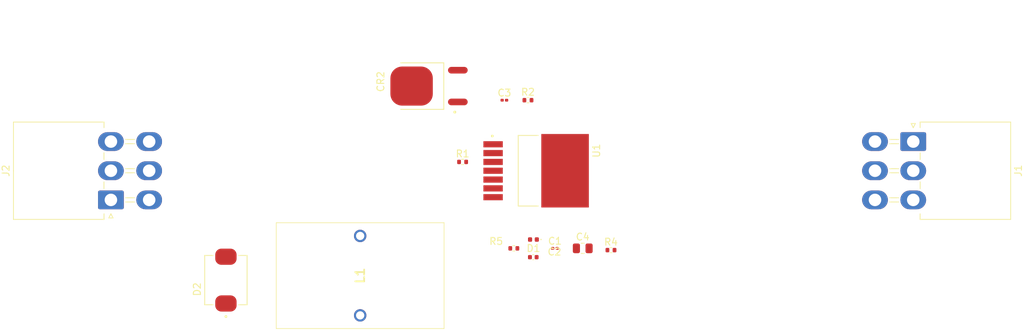
<source format=kicad_pcb>
(kicad_pcb (version 20221018) (generator pcbnew)
  (title_block (title "Kangaroo Boost Board") (rev "1") (company "IMPERIAL COLLEGE LONDON"))
  (layers (0 "F.Cu" signal) (31 "B.Cu" signal) (34 "B.Paste" user) (35 "F.Paste" user) (36 "B.SilkS" user "B.Silkscreen") (37 "F.SilkS" user "F.Silkscreen") (38 "B.Mask" user) (39 "F.Mask" user) (44 "Edge.Cuts" user))
  (net 0 "")
  (net 1 "Net-(U1-VIN)")
  (net 2 "Net-(D1-K)")
  (net 3 "Net-(J1-Pin_2)")
  (net 4 "Net-(C4-Pad1)")
  (net 5 "Net-(D1-A)")
  (net 6 "Net-(J1-Pin_3)")
  (net 7 "Net-(J1-Pin_4)")
  (net 8 "Net-(J1-Pin_5)")
  (net 9 "Net-(J1-Pin_6)")
  (net 10 "Net-(J2-Pin_5)")
  (net 11 "Net-(U1-SWITCH)")
  (net 12 "Net-(U1-COMP)")
  (net 13 "Net-(U1-FB)")
  (footprint "Resistor_SMD:R_0402_1005Metric" (layer "F.Cu") (at 126.744 66.04)
    (fp_text reference "R2" (at 0 -1.17) (layer "F.SilkS"))
    (fp_text value "350")
    (fp_line (start -0.153641 -0.38) (end 0.153641 -0.38) (stroke (width 0.12)) (layer "F.SilkS"))
    (fp_line (start -0.153641 0.38) (end 0.153641 0.38) (stroke (width 0.12)) (layer "F.SilkS"))
    (pad "1" smd roundrect (at -0.51 0) (size 0.54 0.64) (layers "F.Cu" "F.Paste" "F.Mask") (net 13 "Net-(U1-FB)"))
    (pad "2" smd roundrect (at 0.51 0) (size 0.54 0.64) (layers "F.Cu" "F.Paste" "F.Mask") (net 2 "Net-(D1-K)"))
  )
  (footprint "Resistor_SMD:R_0402_1005Metric" (layer "F.Cu") (at 124.712 87.376)
    (fp_text reference "R5" (at -2.54 -1.016) (layer "F.SilkS"))
    (fp_text value "1K")
    (fp_line (start -0.153641 -0.38) (end 0.153641 -0.38) (stroke (width 0.12)) (layer "F.SilkS"))
    (fp_line (start -0.153641 0.38) (end 0.153641 0.38) (stroke (width 0.12)) (layer "F.SilkS"))
    (pad "1" smd roundrect (at -0.51 0) (size 0.54 0.64) (layers "F.Cu" "F.Paste" "F.Mask") (net 1 "Net-(U1-VIN)"))
    (pad "2" smd roundrect (at 0.51 0) (size 0.54 0.64) (layers "F.Cu" "F.Paste" "F.Mask") (net 5 "Net-(D1-A)"))
  )
  (footprint "iclr:P0848NL" (layer "F.Cu") (at 102.616 97.028 90)
    (fp_text reference "L1" (at 5.72 0 90) (layer "F.SilkS") (effects (font (size 1.27 1.27) (thickness 0.254))))
    (fp_text value "P0848NL" hide)
    (fp_line (start -1.9 -12.065) (end 13.34 -12.065) (stroke (width 0.1)) (layer "F.SilkS"))
    (fp_line (start -1.9 12.065) (end -1.9 -12.065) (stroke (width 0.1)) (layer "F.SilkS"))
    (fp_line (start 13.34 -12.065) (end 13.34 12.065) (stroke (width 0.1)) (layer "F.SilkS"))
    (fp_line (start 13.34 12.065) (end -1.9 12.065) (stroke (width 0.1)) (layer "F.SilkS"))
    (pad "1" thru_hole circle (at 0 0 90) (size 1.787 1.787) (drill 1.191) (layers "*.Cu" "*.Mask") (net 1 "Net-(U1-VIN)"))
    (pad "2" thru_hole circle (at 11.44 0 90) (size 1.787 1.787) (drill 1.191) (layers "*.Cu" "*.Mask") (net 11 "Net-(U1-SWITCH)"))
  )
  (footprint "iclr:Molex_Mini-Fit_Jr_5569-06A2_2x03_P4.20mm_Horizontal_No_Mounting_Holes" (layer "F.Cu") (at 182.145 72 -90)
    (fp_text reference "J1" (at 4.2 -15.1 90) (layer "F.SilkS"))
    (fp_text value "Conn_01x06_Pin")
    (fp_line (start -2.81 -14.01) (end 4.2 -14.01) (stroke (width 0.12)) (layer "F.SilkS"))
    (fp_line (start -2.81 -0.99) (end -2.81 -14.01) (stroke (width 0.12)) (layer "F.SilkS"))
    (fp_line (start -2.6 -0.3) (end -2 0) (stroke (width 0.12)) (layer "F.SilkS"))
    (fp_line (start -2.6 0.3) (end -2.6 -0.3) (stroke (width 0.12)) (layer "F.SilkS"))
    (fp_line (start -2 -0.99) (end -2.81 -0.99) (stroke (width 0.12)) (layer "F.SilkS"))
    (fp_line (start -2 0) (end -2.6 0.3) (stroke (width 0.12)) (layer "F.SilkS"))
    (fp_line (start -0.3 2.11) (end -0.3 3.39) (stroke (width 0.12)) (layer "F.SilkS"))
    (fp_line (start 0.3 2.11) (end 0.3 3.39) (stroke (width 0.12)) (layer "F.SilkS"))
    (fp_line (start 1.61 -1) (end 2.59 -1) (stroke (width 0.12)) (layer "F.SilkS"))
    (fp_line (start 3.9 2.11) (end 3.9 3.39) (stroke (width 0.12)) (layer "F.SilkS"))
    (fp_line (start 4.5 2.11) (end 4.5 3.39) (stroke (width 0.12)) (layer "F.SilkS"))
    (fp_line (start 5.81 -1) (end 6.79 -1) (stroke (width 0.12)) (layer "F.SilkS"))
    (fp_line (start 8.1 2.11) (end 8.1 3.39) (stroke (width 0.12)) (layer "F.SilkS"))
    (fp_line (start 8.7 2.11) (end 8.7 3.39) (stroke (width 0.12)) (layer "F.SilkS"))
    (fp_line (start 10.4 -0.99) (end 11.21 -0.99) (stroke (width 0.12)) (layer "F.SilkS"))
    (fp_line (start 11.21 -14.01) (end 4.2 -14.01) (stroke (width 0.12)) (layer "F.SilkS"))
    (fp_line (start 11.21 -0.99) (end 11.21 -14.01) (stroke (width 0.12)) (layer "F.SilkS"))
    (pad "1" thru_hole roundrect (at 0 0 270) (size 2.7 3.7) (drill 1.8) (layers "*.Cu" "*.Mask") (roundrect_rratio 0.092593) (net 2 "Net-(D1-K)"))
    (pad "2" thru_hole oval (at 4.2 0 270) (size 2.7 3.7) (drill 1.8) (layers "*.Cu" "*.Mask") (net 3 "Net-(J1-Pin_2)"))
    (pad "3" thru_hole oval (at 8.4 0 270) (size 2.7 3.7) (drill 1.8) (layers "*.Cu" "*.Mask") (net 6 "Net-(J1-Pin_3)"))
    (pad "4" thru_hole oval (at 0 5.5 270) (size 2.7 3.7) (drill 1.8) (layers "*.Cu" "*.Mask") (net 7 "Net-(J1-Pin_4)"))
    (pad "5" thru_hole oval (at 4.2 5.5 270) (size 2.7 3.7) (drill 1.8) (layers "*.Cu" "*.Mask") (net 8 "Net-(J1-Pin_5)"))
    (pad "6" thru_hole oval (at 8.4 5.5 270) (size 2.7 3.7) (drill 1.8) (layers "*.Cu" "*.Mask") (net 9 "Net-(J1-Pin_6)"))
  )
  (footprint "iclr:Molex_Mini-Fit_Jr_5569-06A2_2x03_P4.20mm_Horizontal_No_Mounting_Holes" (layer "F.Cu") (at 66.775 80.4 90)
    (fp_text reference "J2" (at 4.2 -15.1 90) (layer "F.SilkS"))
    (fp_text value "Conn_01x06_Pin")
    (fp_line (start -2.81 -14.01) (end 4.2 -14.01) (stroke (width 0.12)) (layer "F.SilkS"))
    (fp_line (start -2.81 -0.99) (end -2.81 -14.01) (stroke (width 0.12)) (layer "F.SilkS"))
    (fp_line (start -2.6 -0.3) (end -2 0) (stroke (width 0.12)) (layer "F.SilkS"))
    (fp_line (start -2.6 0.3) (end -2.6 -0.3) (stroke (width 0.12)) (layer "F.SilkS"))
    (fp_line (start -2 -0.99) (end -2.81 -0.99) (stroke (width 0.12)) (layer "F.SilkS"))
    (fp_line (start -2 0) (end -2.6 0.3) (stroke (width 0.12)) (layer "F.SilkS"))
    (fp_line (start -0.3 2.11) (end -0.3 3.39) (stroke (width 0.12)) (layer "F.SilkS"))
    (fp_line (start 0.3 2.11) (end 0.3 3.39) (stroke (width 0.12)) (layer "F.SilkS"))
    (fp_line (start 1.61 -1) (end 2.59 -1) (stroke (width 0.12)) (layer "F.SilkS"))
    (fp_line (start 3.9 2.11) (end 3.9 3.39) (stroke (width 0.12)) (layer "F.SilkS"))
    (fp_line (start 4.5 2.11) (end 4.5 3.39) (stroke (width 0.12)) (layer "F.SilkS"))
    (fp_line (start 5.81 -1) (end 6.79 -1) (stroke (width 0.12)) (layer "F.SilkS"))
    (fp_line (start 8.1 2.11) (end 8.1 3.39) (stroke (width 0.12)) (layer "F.SilkS"))
    (fp_line (start 8.7 2.11) (end 8.7 3.39) (stroke (width 0.12)) (layer "F.SilkS"))
    (fp_line (start 10.4 -0.99) (end 11.21 -0.99) (stroke (width 0.12)) (layer "F.SilkS"))
    (fp_line (start 11.21 -14.01) (end 4.2 -14.01) (stroke (width 0.12)) (layer "F.SilkS"))
    (fp_line (start 11.21 -0.99) (end 11.21 -14.01) (stroke (width 0.12)) (layer "F.SilkS"))
    (pad "1" thru_hole roundrect (at 0 0 90) (size 2.7 3.7) (drill 1.8) (layers "*.Cu" "*.Mask") (roundrect_rratio 0.092593) (net 9 "Net-(J1-Pin_6)"))
    (pad "2" thru_hole oval (at 4.2 0 90) (size 2.7 3.7) (drill 1.8) (layers "*.Cu" "*.Mask") (net 8 "Net-(J1-Pin_5)"))
    (pad "3" thru_hole oval (at 8.4 0 90) (size 2.7 3.7) (drill 1.8) (layers "*.Cu" "*.Mask") (net 7 "Net-(J1-Pin_4)"))
    (pad "4" thru_hole oval (at 0 5.5 90) (size 2.7 3.7) (drill 1.8) (layers "*.Cu" "*.Mask") (net 6 "Net-(J1-Pin_3)"))
    (pad "5" thru_hole oval (at 4.2 5.5 90) (size 2.7 3.7) (drill 1.8) (layers "*.Cu" "*.Mask") (net 10 "Net-(J2-Pin_5)"))
    (pad "6" thru_hole oval (at 8.4 5.5 90) (size 2.7 3.7) (drill 1.8) (layers "*.Cu" "*.Mask") (net 2 "Net-(D1-K)"))
  )
  (footprint "Resistor_SMD:R_0805_2012Metric" (layer "F.Cu") (at 134.62 87.376)
    (fp_text reference "C4" (at 0 -1.65) (layer "F.SilkS"))
    (fp_text value "0.68uF")
    (fp_line (start -0.227064 -0.735) (end 0.227064 -0.735) (stroke (width 0.12)) (layer "F.SilkS"))
    (fp_line (start -0.227064 0.735) (end 0.227064 0.735) (stroke (width 0.12)) (layer "F.SilkS"))
    (pad "1" smd roundrect (at -0.9125 0) (size 1.025 1.4) (layers "F.Cu" "F.Paste" "F.Mask") (roundrect_rratio 0.243902) (net 4 "Net-(C4-Pad1)"))
    (pad "2" smd roundrect (at 0.9125 0) (size 1.025 1.4) (layers "F.Cu" "F.Paste" "F.Mask") (roundrect_rratio 0.243902) (net 2 "Net-(D1-K)"))
  )
  (footprint "Resistor_SMD:R_0402_1005Metric" (layer "F.Cu") (at 117.346 74.93)
    (fp_text reference "R1" (at 0 -1.17) (layer "F.SilkS"))
    (fp_text value "24.5K")
    (fp_line (start -0.153641 -0.38) (end 0.153641 -0.38) (stroke (width 0.12)) (layer "F.SilkS"))
    (fp_line (start -0.153641 0.38) (end 0.153641 0.38) (stroke (width 0.12)) (layer "F.SilkS"))
    (pad "1" smd roundrect (at -0.51 0) (size 0.54 0.64) (layers "F.Cu" "F.Paste" "F.Mask") (net 3 "Net-(J1-Pin_2)"))
    (pad "2" smd roundrect (at 0.51 0) (size 0.54 0.64) (layers "F.Cu" "F.Paste" "F.Mask") (net 13 "Net-(U1-FB)"))
  )
  (footprint "Capacitor_SMD:C_0402_1005Metric" (layer "F.Cu") (at 127.508 88.646)
    (fp_text reference "C2" (at 3.048 -0.762) (layer "F.SilkS"))
    (fp_text value "0.1uF")
    (fp_line (start -0.107836 -0.36) (end 0.107836 -0.36) (stroke (width 0.12)) (layer "F.SilkS"))
    (fp_line (start -0.107836 0.36) (end 0.107836 0.36) (stroke (width 0.12)) (layer "F.SilkS"))
    (pad "1" smd roundrect (at -0.48 0) (size 0.56 0.62) (layers "F.Cu" "F.Paste" "F.Mask") (net 1 "Net-(U1-VIN)"))
    (pad "2" smd roundrect (at 0.48 0) (size 0.56 0.62) (layers "F.Cu" "F.Paste" "F.Mask") (net 2 "Net-(D1-K)"))
  )
  (footprint "Resistor_SMD:R_0402_1005Metric" (layer "F.Cu") (at 138.682 87.63)
    (fp_text reference "R4" (at 0 -1.17) (layer "F.SilkS"))
    (fp_text value "3K")
    (fp_line (start -0.153641 -0.38) (end 0.153641 -0.38) (stroke (width 0.12)) (layer "F.SilkS"))
    (fp_line (start -0.153641 0.38) (end 0.153641 0.38) (stroke (width 0.12)) (layer "F.SilkS"))
    (pad "1" smd roundrect (at -0.51 0) (size 0.54 0.64) (layers "F.Cu" "F.Paste" "F.Mask") (net 12 "Net-(U1-COMP)"))
    (pad "2" smd roundrect (at 0.51 0) (size 0.54 0.64) (layers "F.Cu" "F.Paste" "F.Mask") (net 4 "Net-(C4-Pad1)"))
  )
  (footprint "LED_SMD:LED_0402_1005Metric" (layer "F.Cu") (at 127.531 86.106 180)
    (fp_text reference "D1" (at 0 -1.27) (layer "F.SilkS"))
    (fp_text value "LED")
    (fp_circle (center -1.09 0) (end -1.04 0) (stroke (width 0.1)) (fill none) (layer "F.SilkS"))
    (pad "1" smd roundrect (at -0.485 0 180) (size 0.59 0.64) (layers "F.Cu" "F.Paste" "F.Mask") (net 2 "Net-(D1-K)"))
    (pad "2" smd roundrect (at 0.485 0 180) (size 0.59 0.64) (layers "F.Cu" "F.Paste" "F.Mask") (net 5 "Net-(D1-A)"))
  )
  (footprint "iclr:DPAK228P990X239-4N" (layer "F.Cu") (at 112.522 64.008 90)
    (fp_text reference "CR2" (at 0.635 -6.955 90) (layer "F.SilkS"))
    (fp_text value "SBR1045")
    (fp_line (start -3.35 2.115) (end -3.35 -4.085) (stroke (width 0.127)) (layer "F.SilkS"))
    (fp_line (start 3.35 -4.085) (end 3.35 2.115) (stroke (width 0.127)) (layer "F.SilkS"))
    (fp_line (start 3.35 2.115) (end -3.35 2.115) (stroke (width 0.127)) (layer "F.SilkS"))
    (fp_circle (center -3.75 3.7) (end -3.638197 3.7) (stroke (width 0.2)) (fill none) (layer "F.SilkS"))
    (pad "1" smd roundrect (at -2.286 4.14 90) (size 0.96 2.83) (layers "F.Cu" "F.Paste" "F.Mask") (roundrect_rratio 0.5) (net 3 "Net-(J1-Pin_2)"))
    (pad "2" smd roundrect (at 0 -2.51 90) (size 5.63 6.1) (layers "F.Cu" "F.Mask") (roundrect_rratio 0.3) (net 11 "Net-(U1-SWITCH)"))
    (pad "3" smd roundrect (at 2.286 4.14 90) (size 0.96 2.83) (layers "F.Cu" "F.Paste" "F.Mask") (roundrect_rratio 0.5))
  )
  (footprint "LM2588S-ADJ:TO127P1435X464-8N" (layer "F.Cu") (at 127.92 76.2 -90)
    (fp_text reference "U1" (at -2.885 -8.675 90) (layer "F.SilkS"))
    (fp_text value "LM2588S-ADJ")
    (fp_line (start -5.08 -0.3) (end -5.08 2.575) (stroke (width 0.127)) (layer "F.SilkS"))
    (fp_line (start -5.08 2.575) (end 5.08 2.575) (stroke (width 0.127)) (layer "F.SilkS"))
    (fp_line (start 5.08 2.575) (end 5.08 -0.3) (stroke (width 0.127)) (layer "F.SilkS"))
    (fp_circle (center -5 6.3) (end -4.9 6.3) (stroke (width 0.2)) (fill none) (layer "F.SilkS"))
    (pad "1" smd rect (at -3.81 6.19 270) (size 0.89 2.79) (layers "F.Cu" "F.Paste" "F.Mask"))
    (pad "2" smd rect (at -2.54 6.19 270) (size 0.89 2.79) (layers "F.Cu" "F.Paste" "F.Mask") (net 12 "Net-(U1-COMP)"))
    (pad "3" smd rect (at -1.27 6.19 270) (size 0.89 2.79) (layers "F.Cu" "F.Paste" "F.Mask") (net 13 "Net-(U1-FB)"))
    (pad "4" smd rect (at 0 6.19 270) (size 0.89 2.79) (layers "F.Cu" "F.Paste" "F.Mask") (net 2 "Net-(D1-K)"))
    (pad "5" smd rect (at 1.27 6.19 270) (size 0.89 2.79) (layers "F.Cu" "F.Paste" "F.Mask") (net 11 "Net-(U1-SWITCH)"))
    (pad "6" smd rect (at 2.54 6.19 270) (size 0.89 2.79) (layers "F.Cu" "F.Paste" "F.Mask"))
    (pad "7" smd rect (at 3.81 6.19 270) (size 0.89 2.79) (layers "F.Cu" "F.Paste" "F.Mask") (net 1 "Net-(U1-VIN)"))
    (pad "8" smd rect (at 0 -4.16 270) (size 10.58 6.84) (layers "F.Cu" "F.Mask") (net 2 "Net-(D1-K)"))
  )
  (footprint "Capacitor_SMD:C_0201_0603Metric" (layer "F.Cu") (at 123.353 66.04)
    (fp_text reference "C3" (at 0 -1.05) (layer "F.SilkS"))
    (fp_text value "1000uF")
    (pad "1" smd roundrect (at -0.32 0) (size 0.46 0.4) (layers "F.Cu" "F.Mask") (net 3 "Net-(J1-Pin_2)"))
    (pad "2" smd roundrect (at 0.32 0) (size 0.46 0.4) (layers "F.Cu" "F.Mask") (net 2 "Net-(D1-K)"))
  )
  (footprint "Capacitor_SMD:C_0201_0603Metric" (layer "F.Cu") (at 130.622 87.376)
    (fp_text reference "C1" (at 0 -1.05) (layer "F.SilkS"))
    (fp_text value "100uF")
    (pad "1" smd roundrect (at -0.32 0) (size 0.46 0.4) (layers "F.Cu" "F.Mask") (net 1 "Net-(U1-VIN)"))
    (pad "2" smd roundrect (at 0.32 0) (size 0.46 0.4) (layers "F.Cu" "F.Mask") (net 2 "Net-(D1-K)"))
  )
  (footprint "iclr:DIOM6959X245N" (layer "F.Cu") (at 83.312 91.948 90)
    (fp_text reference "D2" (at -1.325 -4.135 90) (layer "F.SilkS"))
    (fp_text value "B540C-13-F")
    (fp_line (start -3.55 -3.05) (end 3.55 -3.05) (stroke (width 0.127)) (layer "F.SilkS"))
    (fp_line (start -3.55 -1.8485) (end -3.55 -3.05) (stroke (width 0.127)) (layer "F.SilkS"))
    (fp_line (start -3.55 1.8485) (end -3.55 3.05) (stroke (width 0.127)) (layer "F.SilkS"))
    (fp_line (start -3.55 3.05) (end 3.55 3.05) (stroke (width 0.127)) (layer "F.SilkS"))
    (fp_line (start 3.55 -3.05) (end 3.55 -1.8485) (stroke (width 0.127)) (layer "F.SilkS"))
    (fp_line (start 3.55 3.05) (end 3.55 1.8485) (stroke (width 0.127)) (layer "F.SilkS"))
    (fp_circle (center -5.25 0) (end -5.15 0) (stroke (width 0.2)) (fill none) (layer "F.SilkS"))
    (pad "A" smd roundrect (at 3.365 0 90) (size 2.33 3.07) (layers "F.Cu" "F.Paste" "F.Mask") (roundrect_rratio 0.38) (net 10 "Net-(J2-Pin_5)"))
    (pad "C" smd roundrect (at -3.365 0 90) (size 2.33 3.07) (layers "F.Cu" "F.Paste" "F.Mask") (roundrect_rratio 0.38) (net 1 "Net-(U1-VIN)"))
  )
)
</source>
